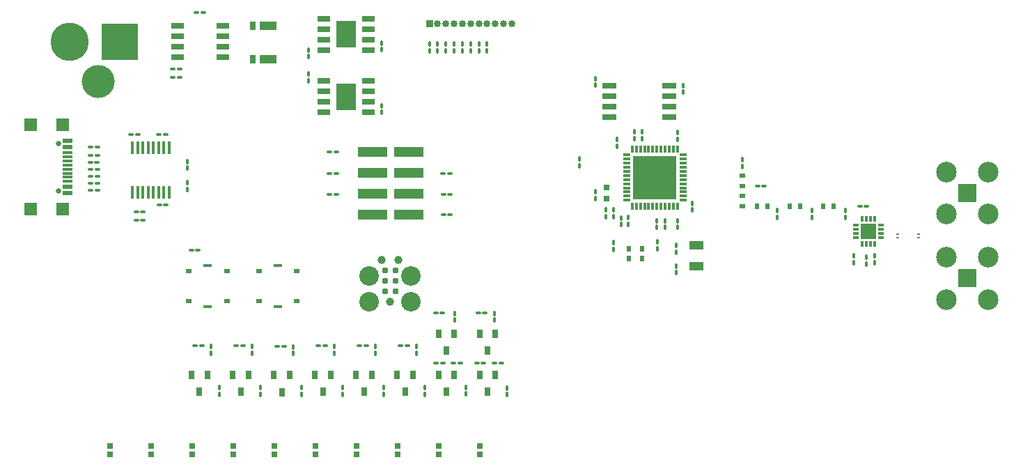
<source format=gbr>
%TF.GenerationSoftware,KiCad,Pcbnew,9.0.1*%
%TF.CreationDate,2025-05-12T13:55:05+02:00*%
%TF.ProjectId,CC1312R,43433133-3132-4522-9e6b-696361645f70,rev?*%
%TF.SameCoordinates,Original*%
%TF.FileFunction,Soldermask,Top*%
%TF.FilePolarity,Negative*%
%FSLAX46Y46*%
G04 Gerber Fmt 4.6, Leading zero omitted, Abs format (unit mm)*
G04 Created by KiCad (PCBNEW 9.0.1) date 2025-05-12 13:55:05*
%MOMM*%
%LPD*%
G01*
G04 APERTURE LIST*
G04 Aperture macros list*
%AMRoundRect*
0 Rectangle with rounded corners*
0 $1 Rounding radius*
0 $2 $3 $4 $5 $6 $7 $8 $9 X,Y pos of 4 corners*
0 Add a 4 corners polygon primitive as box body*
4,1,4,$2,$3,$4,$5,$6,$7,$8,$9,$2,$3,0*
0 Add four circle primitives for the rounded corners*
1,1,$1+$1,$2,$3*
1,1,$1+$1,$4,$5*
1,1,$1+$1,$6,$7*
1,1,$1+$1,$8,$9*
0 Add four rect primitives between the rounded corners*
20,1,$1+$1,$2,$3,$4,$5,0*
20,1,$1+$1,$4,$5,$6,$7,0*
20,1,$1+$1,$6,$7,$8,$9,0*
20,1,$1+$1,$8,$9,$2,$3,0*%
G04 Aperture macros list end*
%ADD10RoundRect,0.100000X0.100000X-0.217500X0.100000X0.217500X-0.100000X0.217500X-0.100000X-0.217500X0*%
%ADD11RoundRect,0.100000X-0.100000X0.217500X-0.100000X-0.217500X0.100000X-0.217500X0.100000X0.217500X0*%
%ADD12R,0.650000X1.100000*%
%ADD13R,1.525000X0.700000*%
%ADD14R,2.400000X3.200000*%
%ADD15R,0.700000X0.650000*%
%ADD16R,0.700000X0.800000*%
%ADD17R,0.625000X0.762000*%
%ADD18RoundRect,0.100000X0.217500X0.100000X-0.217500X0.100000X-0.217500X-0.100000X0.217500X-0.100000X0*%
%ADD19RoundRect,0.100000X-0.217500X-0.100000X0.217500X-0.100000X0.217500X0.100000X-0.217500X0.100000X0*%
%ADD20R,0.800000X0.600000*%
%ADD21R,1.000000X0.450000*%
%ADD22R,0.320000X0.210000*%
%ADD23R,0.700000X0.300000*%
%ADD24R,0.300000X0.700000*%
%ADD25R,1.920000X1.920000*%
%ADD26R,0.435000X1.526000*%
%ADD27R,4.500000X4.500000*%
%ADD28C,4.650000*%
%ADD29C,4.000000*%
%ADD30R,3.680000X1.270000*%
%ADD31R,0.762000X0.625000*%
%ADD32R,2.000000X1.100000*%
%ADD33R,0.800000X1.100000*%
%ADD34R,1.550000X0.700000*%
%ADD35C,2.375000*%
%ADD36C,0.991000*%
%ADD37C,0.787000*%
%ADD38R,0.850000X0.300000*%
%ADD39R,0.300000X0.850000*%
%ADD40R,5.250000X5.250000*%
%ADD41R,2.300000X2.300000*%
%ADD42C,2.500000*%
%ADD43R,1.750000X0.650000*%
%ADD44C,0.650000*%
%ADD45R,1.150000X0.600000*%
%ADD46R,1.150000X0.300000*%
%ADD47R,1.500000X1.500000*%
%ADD48R,1.800000X1.000000*%
%ADD49R,0.600000X0.750000*%
%ADD50R,0.850000X0.850000*%
%ADD51C,0.850000*%
G04 APERTURE END LIST*
D10*
%TO.C,C11*%
X255577500Y-148405000D03*
X255577500Y-147590000D03*
%TD*%
D11*
%TO.C,C4*%
X259727500Y-161380000D03*
X259727500Y-162195000D03*
%TD*%
D12*
%TO.C,Q4*%
X202700000Y-177100000D03*
X200780000Y-177100000D03*
X201740000Y-179200000D03*
%TD*%
%TO.C,Q2*%
X207710000Y-177100000D03*
X205790000Y-177100000D03*
X206750000Y-179200000D03*
%TD*%
D13*
%TO.C,IC3*%
X222274000Y-145240000D03*
X222274000Y-143970000D03*
X222274000Y-142700000D03*
X222274000Y-141430000D03*
X216850000Y-141430000D03*
X216850000Y-142700000D03*
X216850000Y-143970000D03*
X216850000Y-145240000D03*
D14*
X219562000Y-143335000D03*
%TD*%
D15*
%TO.C,FB1*%
X251227500Y-154330000D03*
X251227500Y-155680000D03*
%TD*%
D12*
%TO.C,Q7*%
X222710000Y-177100000D03*
X220790000Y-177100000D03*
X221750000Y-179200000D03*
%TD*%
D16*
%TO.C,LED7*%
X220850000Y-185800000D03*
X220850000Y-186800000D03*
%TD*%
D12*
%TO.C,Q9*%
X227700000Y-177100000D03*
X225780000Y-177100000D03*
X226740000Y-179200000D03*
%TD*%
D17*
%TO.C,L3*%
X270800000Y-156650000D03*
X269525000Y-156650000D03*
%TD*%
D11*
%TO.C,C14*%
X251177500Y-157080000D03*
X251177500Y-157895000D03*
%TD*%
%TO.C,C29*%
X272000000Y-157160000D03*
X272000000Y-157975000D03*
%TD*%
D18*
%TO.C,R49*%
X238457500Y-175650000D03*
X237642500Y-175650000D03*
%TD*%
D11*
%TO.C,R24*%
X233700000Y-136935000D03*
X233700000Y-137750000D03*
%TD*%
%TO.C,R36*%
X213150000Y-173700000D03*
X213150000Y-174515000D03*
%TD*%
D18*
%TO.C,R33*%
X207025000Y-173600000D03*
X206210000Y-173600000D03*
%TD*%
D11*
%TO.C,R37*%
X209150000Y-178660000D03*
X209150000Y-179475000D03*
%TD*%
D18*
%TO.C,R28*%
X232190000Y-152660000D03*
X231375000Y-152660000D03*
%TD*%
D11*
%TO.C,C10*%
X259900000Y-158405000D03*
X259900000Y-159220000D03*
%TD*%
D19*
%TO.C,R13*%
X188500000Y-153850000D03*
X189315000Y-153850000D03*
%TD*%
D10*
%TO.C,R2*%
X247927500Y-151695000D03*
X247927500Y-150880000D03*
%TD*%
%TO.C,C6*%
X249877500Y-155680000D03*
X249877500Y-154865000D03*
%TD*%
D20*
%TO.C,UART_RESET*%
X205050000Y-164475000D03*
X205050000Y-168175000D03*
X200450000Y-164475000D03*
X200450000Y-168175000D03*
D21*
X202750000Y-163800000D03*
X202750000Y-168850000D03*
%TD*%
D12*
%TO.C,Q6*%
X237710000Y-172100000D03*
X235790000Y-172100000D03*
X236750000Y-174200000D03*
%TD*%
D18*
%TO.C,C32*%
X282850000Y-156650000D03*
X282035000Y-156650000D03*
%TD*%
D11*
%TO.C,R57*%
X232750000Y-169660000D03*
X232750000Y-170475000D03*
%TD*%
D16*
%TO.C,LED10*%
X230850000Y-185800000D03*
X230850000Y-186800000D03*
%TD*%
D22*
%TO.C,D5*%
X289175000Y-160425000D03*
X289175000Y-160025000D03*
%TD*%
D17*
%TO.C,L5*%
X278800000Y-156650000D03*
X277525000Y-156650000D03*
%TD*%
D10*
%TO.C,C2*%
X252077500Y-161860000D03*
X252077500Y-161045000D03*
%TD*%
D11*
%TO.C,R25*%
X234700000Y-136935000D03*
X234700000Y-137750000D03*
%TD*%
D23*
%TO.C,IC6*%
X281575000Y-158925000D03*
X281575000Y-159425000D03*
X281575000Y-159925000D03*
X281575000Y-160425000D03*
D24*
X282325000Y-161175000D03*
X282825000Y-161175000D03*
X283325000Y-161175000D03*
X283825000Y-161175000D03*
D23*
X284575000Y-160425000D03*
X284575000Y-159925000D03*
X284575000Y-159425000D03*
X284575000Y-158925000D03*
D24*
X283825000Y-158175000D03*
X283325000Y-158175000D03*
X282825000Y-158175000D03*
X282325000Y-158175000D03*
D25*
X283075000Y-159675000D03*
%TD*%
D16*
%TO.C,LED6*%
X215850000Y-185800000D03*
X215850000Y-186800000D03*
%TD*%
D11*
%TO.C,C3*%
X261677500Y-156280000D03*
X261677500Y-157095000D03*
%TD*%
%TO.C,R20*%
X229700000Y-136935000D03*
X229700000Y-137750000D03*
%TD*%
D18*
%TO.C,R45*%
X236440000Y-169600000D03*
X235625000Y-169600000D03*
%TD*%
%TO.C,R53*%
X227015000Y-173600000D03*
X226200000Y-173600000D03*
%TD*%
D26*
%TO.C,IC5*%
X198054000Y-149500000D03*
X197420000Y-149500000D03*
X196784000Y-149500000D03*
X196150000Y-149500000D03*
X195514000Y-149500000D03*
X194880000Y-149500000D03*
X194244000Y-149500000D03*
X193610000Y-149500000D03*
X193610000Y-154924000D03*
X194244000Y-154924000D03*
X194880000Y-154924000D03*
X195514000Y-154924000D03*
X196150000Y-154924000D03*
X196784000Y-154924000D03*
X197420000Y-154924000D03*
X198054000Y-154924000D03*
%TD*%
D12*
%TO.C,Q10*%
X232710000Y-172100000D03*
X230790000Y-172100000D03*
X231750000Y-174200000D03*
%TD*%
D10*
%TO.C,C27*%
X267750000Y-151800000D03*
X267750000Y-150985000D03*
%TD*%
D27*
%TO.C,J1*%
X192024000Y-136652000D03*
D28*
X185924000Y-136652000D03*
D29*
X189424000Y-141452000D03*
%TD*%
D11*
%TO.C,R44*%
X219150000Y-178685000D03*
X219150000Y-179500000D03*
%TD*%
%TO.C,C5*%
X259727500Y-163880000D03*
X259727500Y-164695000D03*
%TD*%
%TO.C,R50*%
X224150000Y-178660000D03*
X224150000Y-179475000D03*
%TD*%
D18*
%TO.C,R47*%
X222025000Y-173600000D03*
X221210000Y-173600000D03*
%TD*%
D12*
%TO.C,Q5*%
X217710000Y-177100000D03*
X215790000Y-177100000D03*
X216750000Y-179200000D03*
%TD*%
D30*
%TO.C,COMM_2*%
X227190000Y-150060000D03*
X227190000Y-152600000D03*
X227190000Y-155140000D03*
X227190000Y-157680000D03*
X222750000Y-150060000D03*
X222750000Y-152600000D03*
X222750000Y-155140000D03*
X222750000Y-157680000D03*
%TD*%
D18*
%TO.C,R34*%
X212025000Y-173615000D03*
X211210000Y-173615000D03*
%TD*%
%TO.C,R29*%
X232225000Y-155160000D03*
X231410000Y-155160000D03*
%TD*%
D10*
%TO.C,R1*%
X253877500Y-158845000D03*
X253877500Y-158030000D03*
%TD*%
D18*
%TO.C,R40*%
X217025000Y-173600000D03*
X216210000Y-173600000D03*
%TD*%
D19*
%TO.C,R12*%
X188475000Y-151300000D03*
X189290000Y-151300000D03*
%TD*%
D10*
%TO.C,C1*%
X259877500Y-148480000D03*
X259877500Y-147665000D03*
%TD*%
D11*
%TO.C,R35*%
X208150000Y-173685000D03*
X208150000Y-174500000D03*
%TD*%
%TO.C,C8*%
X257300000Y-158405000D03*
X257300000Y-159220000D03*
%TD*%
D31*
%TO.C,L2*%
X267750000Y-154225000D03*
X267750000Y-152950000D03*
%TD*%
D22*
%TO.C,D3*%
X286625000Y-160025000D03*
X286625000Y-160425000D03*
%TD*%
D20*
%TO.C,MCU_RESET*%
X213550000Y-164475000D03*
X213550000Y-168175000D03*
X208950000Y-164475000D03*
X208950000Y-168175000D03*
D21*
X211250000Y-163800000D03*
X211250000Y-168850000D03*
%TD*%
D11*
%TO.C,R22*%
X231700000Y-136935000D03*
X231700000Y-137750000D03*
%TD*%
D32*
%TO.C,D1*%
X210100000Y-134708000D03*
D33*
X208200000Y-134708000D03*
%TD*%
D11*
%TO.C,R41*%
X203140000Y-173685000D03*
X203140000Y-174500000D03*
%TD*%
D34*
%TO.C,Q1*%
X199100000Y-134700000D03*
X199100000Y-135970000D03*
X199100000Y-137240000D03*
X199100000Y-138510000D03*
X204550000Y-138510000D03*
X204550000Y-137240000D03*
X204550000Y-135970000D03*
X204550000Y-134700000D03*
%TD*%
D12*
%TO.C,Q11*%
X232710000Y-177100000D03*
X230790000Y-177100000D03*
X231750000Y-179200000D03*
%TD*%
D19*
%TO.C,R51*%
X235450000Y-175650000D03*
X236265000Y-175650000D03*
%TD*%
D18*
%TO.C,R17*%
X218350000Y-150060000D03*
X217535000Y-150060000D03*
%TD*%
D19*
%TO.C,R59*%
X230500000Y-175650000D03*
X231315000Y-175650000D03*
%TD*%
D18*
%TO.C,R58*%
X233440000Y-175650000D03*
X232625000Y-175650000D03*
%TD*%
D10*
%TO.C,C19*%
X214974000Y-138450000D03*
X214974000Y-137635000D03*
%TD*%
D32*
%TO.C,D2*%
X210125000Y-138800000D03*
D33*
X208225000Y-138800000D03*
%TD*%
D18*
%TO.C,R7*%
X202215000Y-133100000D03*
X201400000Y-133100000D03*
%TD*%
D11*
%TO.C,C17*%
X214990000Y-140585000D03*
X214990000Y-141400000D03*
%TD*%
D19*
%TO.C,R14*%
X194060000Y-157350000D03*
X194875000Y-157350000D03*
%TD*%
D10*
%TO.C,R11*%
X200250000Y-152000000D03*
X200250000Y-151185000D03*
%TD*%
D12*
%TO.C,Q8*%
X237710000Y-177100000D03*
X235790000Y-177100000D03*
X236750000Y-179200000D03*
%TD*%
D11*
%TO.C,R43*%
X204140000Y-178660000D03*
X204140000Y-179475000D03*
%TD*%
D19*
%TO.C,C21*%
X188500000Y-149450000D03*
X189315000Y-149450000D03*
%TD*%
D18*
%TO.C,R55*%
X231290000Y-169600000D03*
X230475000Y-169600000D03*
%TD*%
D19*
%TO.C,R16*%
X193425000Y-147950000D03*
X194240000Y-147950000D03*
%TD*%
D16*
%TO.C,LED4*%
X210850000Y-185800000D03*
X210850000Y-186800000D03*
%TD*%
D11*
%TO.C,R21*%
X230700000Y-136935000D03*
X230700000Y-137750000D03*
%TD*%
D19*
%TO.C,R9*%
X188500000Y-150450000D03*
X189315000Y-150450000D03*
%TD*%
D35*
%TO.C,U1*%
X222370000Y-168275000D03*
D36*
X224910000Y-168275000D03*
D35*
X227450000Y-168275000D03*
X222370000Y-165100000D03*
X227450000Y-165100000D03*
D36*
X223894000Y-163195000D03*
X225926000Y-163195000D03*
D37*
X225545000Y-167005000D03*
X224275000Y-167005000D03*
X225545000Y-165735000D03*
X224275000Y-165735000D03*
X225545000Y-164465000D03*
X224275000Y-164465000D03*
%TD*%
D16*
%TO.C,LED5*%
X200850000Y-185800000D03*
X200850000Y-186800000D03*
%TD*%
D10*
%TO.C,R4*%
X252477500Y-149355000D03*
X252477500Y-148540000D03*
%TD*%
D11*
%TO.C,C20*%
X223900000Y-136810000D03*
X223900000Y-137625000D03*
%TD*%
D38*
%TO.C,IC1*%
X260550000Y-155900000D03*
X260550000Y-155400000D03*
X260550000Y-154900000D03*
X260550000Y-154400000D03*
X260550000Y-153900000D03*
X260550000Y-153400000D03*
X260550000Y-152900000D03*
X260550000Y-152400000D03*
X260550000Y-151900000D03*
X260550000Y-151400000D03*
X260550000Y-150900000D03*
X260550000Y-150400000D03*
D39*
X259850000Y-149700000D03*
X259350000Y-149700000D03*
X258850000Y-149700000D03*
X258350000Y-149700000D03*
X257850000Y-149700000D03*
X257350000Y-149700000D03*
X256850000Y-149700000D03*
X256350000Y-149700000D03*
X255850000Y-149700000D03*
X255350000Y-149700000D03*
X254850000Y-149700000D03*
X254350000Y-149700000D03*
D38*
X253650000Y-150400000D03*
X253650000Y-150900000D03*
X253650000Y-151400000D03*
X253650000Y-151900000D03*
X253650000Y-152400000D03*
X253650000Y-152900000D03*
X253650000Y-153400000D03*
X253650000Y-153900000D03*
X253650000Y-154400000D03*
X253650000Y-154900000D03*
X253650000Y-155400000D03*
X253650000Y-155900000D03*
D39*
X254350000Y-156600000D03*
X254850000Y-156600000D03*
X255350000Y-156600000D03*
X255850000Y-156600000D03*
X256350000Y-156600000D03*
X256850000Y-156600000D03*
X257350000Y-156600000D03*
X257850000Y-156600000D03*
X258350000Y-156600000D03*
X258850000Y-156600000D03*
X259350000Y-156600000D03*
X259850000Y-156600000D03*
D40*
X257100000Y-153150000D03*
%TD*%
D41*
%TO.C,TX_ANTENNA*%
X295100000Y-165400000D03*
D42*
X292550000Y-167950000D03*
X297650000Y-167950000D03*
X297650000Y-162850000D03*
X292550000Y-162850000D03*
%TD*%
D11*
%TO.C,C13*%
X252077500Y-157090000D03*
X252077500Y-157905000D03*
%TD*%
D18*
%TO.C,R30*%
X232225000Y-157660000D03*
X231410000Y-157660000D03*
%TD*%
D11*
%TO.C,R46*%
X237600000Y-169660000D03*
X237600000Y-170475000D03*
%TD*%
D19*
%TO.C,C26*%
X194050000Y-158300000D03*
X194865000Y-158300000D03*
%TD*%
%TO.C,C22*%
X188500000Y-152150000D03*
X189315000Y-152150000D03*
%TD*%
D11*
%TO.C,R27*%
X236700000Y-136935000D03*
X236700000Y-137750000D03*
%TD*%
D19*
%TO.C,R8*%
X188500000Y-154700000D03*
X189315000Y-154700000D03*
%TD*%
D16*
%TO.C,LED8*%
X235850000Y-185800000D03*
X235850000Y-186800000D03*
%TD*%
D11*
%TO.C,C18*%
X223900000Y-144435000D03*
X223900000Y-145250000D03*
%TD*%
%TO.C,R38*%
X214150000Y-178675000D03*
X214150000Y-179490000D03*
%TD*%
D12*
%TO.C,Q3*%
X212710000Y-177115000D03*
X210790000Y-177115000D03*
X211750000Y-179215000D03*
%TD*%
D11*
%TO.C,C15*%
X253027500Y-158055000D03*
X253027500Y-158870000D03*
%TD*%
D18*
%TO.C,C28*%
X270400000Y-154200000D03*
X269585000Y-154200000D03*
%TD*%
D11*
%TO.C,C7*%
X258377500Y-158405000D03*
X258377500Y-159220000D03*
%TD*%
D10*
%TO.C,C9*%
X257427500Y-161795000D03*
X257427500Y-160980000D03*
%TD*%
D11*
%TO.C,R3*%
X249877500Y-141130000D03*
X249877500Y-141945000D03*
%TD*%
%TO.C,C33*%
X282825000Y-162810000D03*
X282825000Y-163625000D03*
%TD*%
%TO.C,R56*%
X229140000Y-178660000D03*
X229140000Y-179475000D03*
%TD*%
D18*
%TO.C,R18*%
X218350000Y-152660000D03*
X217535000Y-152660000D03*
%TD*%
D11*
%TO.C,R54*%
X228140000Y-173660000D03*
X228140000Y-174475000D03*
%TD*%
%TO.C,C16*%
X260577500Y-141980000D03*
X260577500Y-142795000D03*
%TD*%
D18*
%TO.C,R5*%
X199340000Y-140000000D03*
X198525000Y-140000000D03*
%TD*%
D43*
%TO.C,IC2*%
X251602500Y-141975000D03*
X251602500Y-143245000D03*
X251602500Y-144515000D03*
X251602500Y-145785000D03*
X258852500Y-145785000D03*
X258852500Y-144515000D03*
X258852500Y-143245000D03*
X258852500Y-141975000D03*
%TD*%
D31*
%TO.C,L1*%
X267750000Y-156675000D03*
X267750000Y-155400000D03*
%TD*%
D11*
%TO.C,C30*%
X276250000Y-157175000D03*
X276250000Y-157990000D03*
%TD*%
%TO.C,C35*%
X283825000Y-162685000D03*
X283825000Y-163500000D03*
%TD*%
%TO.C,R52*%
X239150000Y-178725000D03*
X239150000Y-179540000D03*
%TD*%
D44*
%TO.C,J2*%
X184630000Y-148980000D03*
X184630000Y-154760000D03*
D45*
X185705000Y-148670000D03*
X185705000Y-149470000D03*
D46*
X185705000Y-150620000D03*
X185705000Y-151620000D03*
X185705000Y-152120000D03*
X185705000Y-153120000D03*
D45*
X185705000Y-155070000D03*
X185705000Y-154270000D03*
D46*
X185705000Y-153620000D03*
X185705000Y-152620000D03*
X185705000Y-151120000D03*
X185705000Y-150120000D03*
D47*
X185130000Y-146750000D03*
X185130000Y-156990000D03*
X181200000Y-146750000D03*
X181200000Y-156990000D03*
%TD*%
D48*
%TO.C,Y2*%
X262177500Y-161380000D03*
X262177500Y-163880000D03*
%TD*%
D11*
%TO.C,C31*%
X280250000Y-157150000D03*
X280250000Y-157965000D03*
%TD*%
D19*
%TO.C,C23*%
X188500000Y-153000000D03*
X189315000Y-153000000D03*
%TD*%
D49*
%TO.C,Y1*%
X253927500Y-162960000D03*
X255577500Y-162960000D03*
X255577500Y-161830000D03*
X253927500Y-161830000D03*
%TD*%
D16*
%TO.C,LED2*%
X195850000Y-186800000D03*
X195850000Y-185800000D03*
%TD*%
D17*
%TO.C,L4*%
X274800000Y-156650000D03*
X273525000Y-156650000D03*
%TD*%
D11*
%TO.C,R42*%
X218150000Y-173685000D03*
X218150000Y-174500000D03*
%TD*%
D10*
%TO.C,R10*%
X200250000Y-154615000D03*
X200250000Y-153800000D03*
%TD*%
D50*
%TO.C,COMM_1*%
X229700000Y-134450000D03*
D51*
X230700000Y-134450000D03*
X231700000Y-134450000D03*
X232700000Y-134450000D03*
X233700000Y-134450000D03*
X234700000Y-134450000D03*
X235700000Y-134450000D03*
X236700000Y-134450000D03*
X237700000Y-134450000D03*
X238700000Y-134450000D03*
X239700000Y-134450000D03*
%TD*%
D18*
%TO.C,R39*%
X202015000Y-173600000D03*
X201200000Y-173600000D03*
%TD*%
D16*
%TO.C,LED9*%
X225850000Y-185800000D03*
X225850000Y-186800000D03*
%TD*%
D18*
%TO.C,R19*%
X218350000Y-155160000D03*
X217535000Y-155160000D03*
%TD*%
D11*
%TO.C,R60*%
X234150000Y-178635000D03*
X234150000Y-179450000D03*
%TD*%
D16*
%TO.C,LED3*%
X205850000Y-185800000D03*
X205850000Y-186800000D03*
%TD*%
D11*
%TO.C,R48*%
X223150000Y-173660000D03*
X223150000Y-174475000D03*
%TD*%
D18*
%TO.C,R6*%
X199325000Y-140950000D03*
X198510000Y-140950000D03*
%TD*%
D11*
%TO.C,R26*%
X235700000Y-136935000D03*
X235700000Y-137750000D03*
%TD*%
D16*
%TO.C,LED1*%
X190850000Y-186800000D03*
X190850000Y-185800000D03*
%TD*%
D13*
%TO.C,IC4*%
X222274000Y-137640000D03*
X222274000Y-136370000D03*
X222274000Y-135100000D03*
X222274000Y-133830000D03*
X216850000Y-133830000D03*
X216850000Y-135100000D03*
X216850000Y-136370000D03*
X216850000Y-137640000D03*
D14*
X219562000Y-135735000D03*
%TD*%
D19*
%TO.C,C24*%
X200750000Y-162000000D03*
X201565000Y-162000000D03*
%TD*%
D18*
%TO.C,R15*%
X197650000Y-156450000D03*
X196835000Y-156450000D03*
%TD*%
D11*
%TO.C,C34*%
X281275000Y-162675000D03*
X281275000Y-163490000D03*
%TD*%
D41*
%TO.C,RX_ANTENNA*%
X295100000Y-155000000D03*
D42*
X292550000Y-157550000D03*
X297650000Y-157550000D03*
X297650000Y-152450000D03*
X292550000Y-152450000D03*
%TD*%
D19*
%TO.C,C25*%
X196792500Y-147950000D03*
X197607500Y-147950000D03*
%TD*%
D10*
%TO.C,C12*%
X254627500Y-148405000D03*
X254627500Y-147590000D03*
%TD*%
D11*
%TO.C,R23*%
X232700000Y-136935000D03*
X232700000Y-137750000D03*
%TD*%
M02*

</source>
